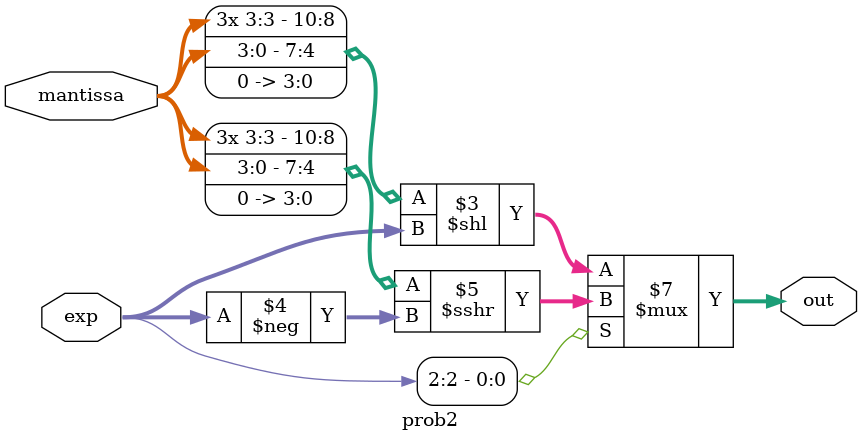
<source format=v>
`timescale 10ps/1ps

module prob2(
    mantissa,
    exp,
    out
    );

    input [3:0]     mantissa;
    input [2:0]     exp;

    output reg [10:0]    out;
    always @(*) begin
        if (exp[2] == 2'b0)begin
            out = {{3{mantissa[3]}}, mantissa, {4'b0000}} << exp; 
        end else begin
            out = $signed({{3{mantissa[3]}}, mantissa, {4'b0000}}) >>> (-exp);
            // $write("-exp: %h\n", -exp); 
        end
    end

endmodule

</source>
